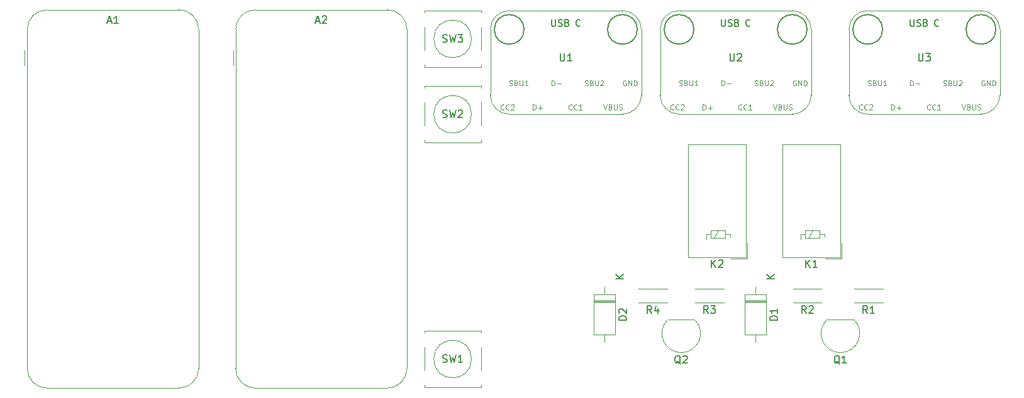
<source format=gto>
%TF.GenerationSoftware,KiCad,Pcbnew,(6.0.4)*%
%TF.CreationDate,2022-04-05T20:31:29-07:00*%
%TF.ProjectId,rfkvm,72666b76-6d2e-46b6-9963-61645f706362,rev?*%
%TF.SameCoordinates,Original*%
%TF.FileFunction,Legend,Top*%
%TF.FilePolarity,Positive*%
%FSLAX46Y46*%
G04 Gerber Fmt 4.6, Leading zero omitted, Abs format (unit mm)*
G04 Created by KiCad (PCBNEW (6.0.4)) date 2022-04-05 20:31:29*
%MOMM*%
%LPD*%
G01*
G04 APERTURE LIST*
%ADD10C,0.150000*%
%ADD11C,0.113792*%
%ADD12C,0.142240*%
%ADD13C,0.120000*%
%ADD14C,0.050000*%
%ADD15C,0.203200*%
G04 APERTURE END LIST*
D10*
%TO.C,A2*%
X128933214Y-53506666D02*
X129409404Y-53506666D01*
X128837976Y-53792380D02*
X129171309Y-52792380D01*
X129504642Y-53792380D01*
X129790357Y-52887619D02*
X129837976Y-52840000D01*
X129933214Y-52792380D01*
X130171309Y-52792380D01*
X130266547Y-52840000D01*
X130314166Y-52887619D01*
X130361785Y-52982857D01*
X130361785Y-53078095D01*
X130314166Y-53220952D01*
X129742738Y-53792380D01*
X130361785Y-53792380D01*
%TO.C,A1*%
X100885714Y-53506666D02*
X101361904Y-53506666D01*
X100790476Y-53792380D02*
X101123809Y-52792380D01*
X101457142Y-53792380D01*
X102314285Y-53792380D02*
X101742857Y-53792380D01*
X102028571Y-53792380D02*
X102028571Y-52792380D01*
X101933333Y-52935238D01*
X101838095Y-53030476D01*
X101742857Y-53078095D01*
%TO.C,SW3*%
X145986666Y-56284761D02*
X146129523Y-56332380D01*
X146367619Y-56332380D01*
X146462857Y-56284761D01*
X146510476Y-56237142D01*
X146558095Y-56141904D01*
X146558095Y-56046666D01*
X146510476Y-55951428D01*
X146462857Y-55903809D01*
X146367619Y-55856190D01*
X146177142Y-55808571D01*
X146081904Y-55760952D01*
X146034285Y-55713333D01*
X145986666Y-55618095D01*
X145986666Y-55522857D01*
X146034285Y-55427619D01*
X146081904Y-55380000D01*
X146177142Y-55332380D01*
X146415238Y-55332380D01*
X146558095Y-55380000D01*
X146891428Y-55332380D02*
X147129523Y-56332380D01*
X147320000Y-55618095D01*
X147510476Y-56332380D01*
X147748571Y-55332380D01*
X148034285Y-55332380D02*
X148653333Y-55332380D01*
X148320000Y-55713333D01*
X148462857Y-55713333D01*
X148558095Y-55760952D01*
X148605714Y-55808571D01*
X148653333Y-55903809D01*
X148653333Y-56141904D01*
X148605714Y-56237142D01*
X148558095Y-56284761D01*
X148462857Y-56332380D01*
X148177142Y-56332380D01*
X148081904Y-56284761D01*
X148034285Y-56237142D01*
%TO.C,SW2*%
X145986666Y-66444761D02*
X146129523Y-66492380D01*
X146367619Y-66492380D01*
X146462857Y-66444761D01*
X146510476Y-66397142D01*
X146558095Y-66301904D01*
X146558095Y-66206666D01*
X146510476Y-66111428D01*
X146462857Y-66063809D01*
X146367619Y-66016190D01*
X146177142Y-65968571D01*
X146081904Y-65920952D01*
X146034285Y-65873333D01*
X145986666Y-65778095D01*
X145986666Y-65682857D01*
X146034285Y-65587619D01*
X146081904Y-65540000D01*
X146177142Y-65492380D01*
X146415238Y-65492380D01*
X146558095Y-65540000D01*
X146891428Y-65492380D02*
X147129523Y-66492380D01*
X147320000Y-65778095D01*
X147510476Y-66492380D01*
X147748571Y-65492380D01*
X148081904Y-65587619D02*
X148129523Y-65540000D01*
X148224761Y-65492380D01*
X148462857Y-65492380D01*
X148558095Y-65540000D01*
X148605714Y-65587619D01*
X148653333Y-65682857D01*
X148653333Y-65778095D01*
X148605714Y-65920952D01*
X148034285Y-66492380D01*
X148653333Y-66492380D01*
%TO.C,U3*%
X210058095Y-57872380D02*
X210058095Y-58681904D01*
X210105714Y-58777142D01*
X210153333Y-58824761D01*
X210248571Y-58872380D01*
X210439047Y-58872380D01*
X210534285Y-58824761D01*
X210581904Y-58777142D01*
X210629523Y-58681904D01*
X210629523Y-57872380D01*
X211010476Y-57872380D02*
X211629523Y-57872380D01*
X211296190Y-58253333D01*
X211439047Y-58253333D01*
X211534285Y-58300952D01*
X211581904Y-58348571D01*
X211629523Y-58443809D01*
X211629523Y-58681904D01*
X211581904Y-58777142D01*
X211534285Y-58824761D01*
X211439047Y-58872380D01*
X211153333Y-58872380D01*
X211058095Y-58824761D01*
X211010476Y-58777142D01*
D11*
X211623994Y-65369149D02*
X211590708Y-65402435D01*
X211490850Y-65435721D01*
X211424278Y-65435721D01*
X211324419Y-65402435D01*
X211257847Y-65335863D01*
X211224561Y-65269291D01*
X211191275Y-65136147D01*
X211191275Y-65036288D01*
X211224561Y-64903144D01*
X211257847Y-64836572D01*
X211324419Y-64770000D01*
X211424278Y-64736713D01*
X211490850Y-64736713D01*
X211590708Y-64770000D01*
X211623994Y-64803286D01*
X212323002Y-65369149D02*
X212289716Y-65402435D01*
X212189858Y-65435721D01*
X212123286Y-65435721D01*
X212023427Y-65402435D01*
X211956855Y-65335863D01*
X211923569Y-65269291D01*
X211890283Y-65136147D01*
X211890283Y-65036288D01*
X211923569Y-64903144D01*
X211956855Y-64836572D01*
X212023427Y-64770000D01*
X212123286Y-64736713D01*
X212189858Y-64736713D01*
X212289716Y-64770000D01*
X212323002Y-64803286D01*
X212988724Y-65435721D02*
X212589291Y-65435721D01*
X212789008Y-65435721D02*
X212789008Y-64736713D01*
X212722435Y-64836572D01*
X212655863Y-64903144D01*
X212589291Y-64936430D01*
X206394207Y-65435721D02*
X206394207Y-64736713D01*
X206560637Y-64736713D01*
X206660496Y-64770000D01*
X206727068Y-64836572D01*
X206760354Y-64903144D01*
X206793640Y-65036288D01*
X206793640Y-65136147D01*
X206760354Y-65269291D01*
X206727068Y-65335863D01*
X206660496Y-65402435D01*
X206560637Y-65435721D01*
X206394207Y-65435721D01*
X207093215Y-65169433D02*
X207625792Y-65169433D01*
X207359504Y-65435721D02*
X207359504Y-64903144D01*
X215888485Y-64736713D02*
X216121488Y-65435721D01*
X216354490Y-64736713D01*
X216820496Y-65069574D02*
X216920354Y-65102860D01*
X216953640Y-65136147D01*
X216986926Y-65202719D01*
X216986926Y-65302577D01*
X216953640Y-65369149D01*
X216920354Y-65402435D01*
X216853782Y-65435721D01*
X216587493Y-65435721D01*
X216587493Y-64736713D01*
X216820496Y-64736713D01*
X216887068Y-64770000D01*
X216920354Y-64803286D01*
X216953640Y-64869858D01*
X216953640Y-64936430D01*
X216920354Y-65003002D01*
X216887068Y-65036288D01*
X216820496Y-65069574D01*
X216587493Y-65069574D01*
X217286501Y-64736713D02*
X217286501Y-65302577D01*
X217319787Y-65369149D01*
X217353073Y-65402435D01*
X217419645Y-65435721D01*
X217552790Y-65435721D01*
X217619362Y-65402435D01*
X217652648Y-65369149D01*
X217685934Y-65302577D01*
X217685934Y-64736713D01*
X217985509Y-65402435D02*
X218085367Y-65435721D01*
X218251798Y-65435721D01*
X218318370Y-65402435D01*
X218351656Y-65369149D01*
X218384942Y-65302577D01*
X218384942Y-65236005D01*
X218351656Y-65169433D01*
X218318370Y-65136147D01*
X218251798Y-65102860D01*
X218118653Y-65069574D01*
X218052081Y-65036288D01*
X218018795Y-65003002D01*
X217985509Y-64936430D01*
X217985509Y-64869858D01*
X218018795Y-64803286D01*
X218052081Y-64770000D01*
X218118653Y-64736713D01*
X218285084Y-64736713D01*
X218384942Y-64770000D01*
X213381771Y-62163427D02*
X213481629Y-62196713D01*
X213648060Y-62196713D01*
X213714632Y-62163427D01*
X213747918Y-62130141D01*
X213781204Y-62063569D01*
X213781204Y-61996997D01*
X213747918Y-61930425D01*
X213714632Y-61897139D01*
X213648060Y-61863852D01*
X213514915Y-61830566D01*
X213448343Y-61797280D01*
X213415057Y-61763994D01*
X213381771Y-61697422D01*
X213381771Y-61630850D01*
X213415057Y-61564278D01*
X213448343Y-61530992D01*
X213514915Y-61497705D01*
X213681346Y-61497705D01*
X213781204Y-61530992D01*
X214313782Y-61830566D02*
X214413640Y-61863852D01*
X214446926Y-61897139D01*
X214480212Y-61963711D01*
X214480212Y-62063569D01*
X214446926Y-62130141D01*
X214413640Y-62163427D01*
X214347068Y-62196713D01*
X214080779Y-62196713D01*
X214080779Y-61497705D01*
X214313782Y-61497705D01*
X214380354Y-61530992D01*
X214413640Y-61564278D01*
X214446926Y-61630850D01*
X214446926Y-61697422D01*
X214413640Y-61763994D01*
X214380354Y-61797280D01*
X214313782Y-61830566D01*
X214080779Y-61830566D01*
X214779787Y-61497705D02*
X214779787Y-62063569D01*
X214813073Y-62130141D01*
X214846359Y-62163427D01*
X214912931Y-62196713D01*
X215046076Y-62196713D01*
X215112648Y-62163427D01*
X215145934Y-62130141D01*
X215179220Y-62063569D01*
X215179220Y-61497705D01*
X215478795Y-61564278D02*
X215512081Y-61530992D01*
X215578653Y-61497705D01*
X215745084Y-61497705D01*
X215811656Y-61530992D01*
X215844942Y-61564278D01*
X215878228Y-61630850D01*
X215878228Y-61697422D01*
X215844942Y-61797280D01*
X215445509Y-62196713D01*
X215878228Y-62196713D01*
X218923422Y-61530992D02*
X218856850Y-61497705D01*
X218756992Y-61497705D01*
X218657133Y-61530992D01*
X218590561Y-61597564D01*
X218557275Y-61664136D01*
X218523989Y-61797280D01*
X218523989Y-61897139D01*
X218557275Y-62030283D01*
X218590561Y-62096855D01*
X218657133Y-62163427D01*
X218756992Y-62196713D01*
X218823564Y-62196713D01*
X218923422Y-62163427D01*
X218956708Y-62130141D01*
X218956708Y-61897139D01*
X218823564Y-61897139D01*
X219256283Y-62196713D02*
X219256283Y-61497705D01*
X219655716Y-62196713D01*
X219655716Y-61497705D01*
X219988577Y-62196713D02*
X219988577Y-61497705D01*
X220155008Y-61497705D01*
X220254866Y-61530992D01*
X220321438Y-61597564D01*
X220354724Y-61664136D01*
X220388010Y-61797280D01*
X220388010Y-61897139D01*
X220354724Y-62030283D01*
X220321438Y-62096855D01*
X220254866Y-62163427D01*
X220155008Y-62196713D01*
X219988577Y-62196713D01*
D12*
X208947657Y-53298392D02*
X208947657Y-54005721D01*
X208989264Y-54088937D01*
X209030872Y-54130544D01*
X209114087Y-54172152D01*
X209280518Y-54172152D01*
X209363733Y-54130544D01*
X209405340Y-54088937D01*
X209446948Y-54005721D01*
X209446948Y-53298392D01*
X209821417Y-54130544D02*
X209946240Y-54172152D01*
X210154278Y-54172152D01*
X210237493Y-54130544D01*
X210279100Y-54088937D01*
X210320708Y-54005721D01*
X210320708Y-53922506D01*
X210279100Y-53839291D01*
X210237493Y-53797683D01*
X210154278Y-53756076D01*
X209987847Y-53714468D01*
X209904632Y-53672860D01*
X209863024Y-53631253D01*
X209821417Y-53548038D01*
X209821417Y-53464822D01*
X209863024Y-53381607D01*
X209904632Y-53340000D01*
X209987847Y-53298392D01*
X210195885Y-53298392D01*
X210320708Y-53340000D01*
X210986430Y-53714468D02*
X211111253Y-53756076D01*
X211152860Y-53797683D01*
X211194468Y-53880899D01*
X211194468Y-54005721D01*
X211152860Y-54088937D01*
X211111253Y-54130544D01*
X211028038Y-54172152D01*
X210695177Y-54172152D01*
X210695177Y-53298392D01*
X210986430Y-53298392D01*
X211069645Y-53340000D01*
X211111253Y-53381607D01*
X211152860Y-53464822D01*
X211152860Y-53548038D01*
X211111253Y-53631253D01*
X211069645Y-53672860D01*
X210986430Y-53714468D01*
X210695177Y-53714468D01*
X212733950Y-54088937D02*
X212692342Y-54130544D01*
X212567520Y-54172152D01*
X212484304Y-54172152D01*
X212359481Y-54130544D01*
X212276266Y-54047329D01*
X212234659Y-53964114D01*
X212193051Y-53797683D01*
X212193051Y-53672860D01*
X212234659Y-53506430D01*
X212276266Y-53423215D01*
X212359481Y-53340000D01*
X212484304Y-53298392D01*
X212567520Y-53298392D01*
X212692342Y-53340000D01*
X212733950Y-53381607D01*
D11*
X208934207Y-62196713D02*
X208934207Y-61497705D01*
X209100637Y-61497705D01*
X209200496Y-61530992D01*
X209267068Y-61597564D01*
X209300354Y-61664136D01*
X209333640Y-61797280D01*
X209333640Y-61897139D01*
X209300354Y-62030283D01*
X209267068Y-62096855D01*
X209200496Y-62163427D01*
X209100637Y-62196713D01*
X208934207Y-62196713D01*
X209633215Y-61930425D02*
X210165792Y-61930425D01*
X203221771Y-62163427D02*
X203321629Y-62196713D01*
X203488060Y-62196713D01*
X203554632Y-62163427D01*
X203587918Y-62130141D01*
X203621204Y-62063569D01*
X203621204Y-61996997D01*
X203587918Y-61930425D01*
X203554632Y-61897139D01*
X203488060Y-61863852D01*
X203354915Y-61830566D01*
X203288343Y-61797280D01*
X203255057Y-61763994D01*
X203221771Y-61697422D01*
X203221771Y-61630850D01*
X203255057Y-61564278D01*
X203288343Y-61530992D01*
X203354915Y-61497705D01*
X203521346Y-61497705D01*
X203621204Y-61530992D01*
X204153782Y-61830566D02*
X204253640Y-61863852D01*
X204286926Y-61897139D01*
X204320212Y-61963711D01*
X204320212Y-62063569D01*
X204286926Y-62130141D01*
X204253640Y-62163427D01*
X204187068Y-62196713D01*
X203920779Y-62196713D01*
X203920779Y-61497705D01*
X204153782Y-61497705D01*
X204220354Y-61530992D01*
X204253640Y-61564278D01*
X204286926Y-61630850D01*
X204286926Y-61697422D01*
X204253640Y-61763994D01*
X204220354Y-61797280D01*
X204153782Y-61830566D01*
X203920779Y-61830566D01*
X204619787Y-61497705D02*
X204619787Y-62063569D01*
X204653073Y-62130141D01*
X204686359Y-62163427D01*
X204752931Y-62196713D01*
X204886076Y-62196713D01*
X204952648Y-62163427D01*
X204985934Y-62130141D01*
X205019220Y-62063569D01*
X205019220Y-61497705D01*
X205718228Y-62196713D02*
X205318795Y-62196713D01*
X205518512Y-62196713D02*
X205518512Y-61497705D01*
X205451939Y-61597564D01*
X205385367Y-61664136D01*
X205318795Y-61697422D01*
X202479994Y-65369149D02*
X202446708Y-65402435D01*
X202346850Y-65435721D01*
X202280278Y-65435721D01*
X202180419Y-65402435D01*
X202113847Y-65335863D01*
X202080561Y-65269291D01*
X202047275Y-65136147D01*
X202047275Y-65036288D01*
X202080561Y-64903144D01*
X202113847Y-64836572D01*
X202180419Y-64770000D01*
X202280278Y-64736713D01*
X202346850Y-64736713D01*
X202446708Y-64770000D01*
X202479994Y-64803286D01*
X203179002Y-65369149D02*
X203145716Y-65402435D01*
X203045858Y-65435721D01*
X202979286Y-65435721D01*
X202879427Y-65402435D01*
X202812855Y-65335863D01*
X202779569Y-65269291D01*
X202746283Y-65136147D01*
X202746283Y-65036288D01*
X202779569Y-64903144D01*
X202812855Y-64836572D01*
X202879427Y-64770000D01*
X202979286Y-64736713D01*
X203045858Y-64736713D01*
X203145716Y-64770000D01*
X203179002Y-64803286D01*
X203445291Y-64803286D02*
X203478577Y-64770000D01*
X203545149Y-64736713D01*
X203711580Y-64736713D01*
X203778152Y-64770000D01*
X203811438Y-64803286D01*
X203844724Y-64869858D01*
X203844724Y-64936430D01*
X203811438Y-65036288D01*
X203412005Y-65435721D01*
X203844724Y-65435721D01*
D10*
%TO.C,U1*%
X161798095Y-57872380D02*
X161798095Y-58681904D01*
X161845714Y-58777142D01*
X161893333Y-58824761D01*
X161988571Y-58872380D01*
X162179047Y-58872380D01*
X162274285Y-58824761D01*
X162321904Y-58777142D01*
X162369523Y-58681904D01*
X162369523Y-57872380D01*
X163369523Y-58872380D02*
X162798095Y-58872380D01*
X163083809Y-58872380D02*
X163083809Y-57872380D01*
X162988571Y-58015238D01*
X162893333Y-58110476D01*
X162798095Y-58158095D01*
D11*
X163363994Y-65369149D02*
X163330708Y-65402435D01*
X163230850Y-65435721D01*
X163164278Y-65435721D01*
X163064419Y-65402435D01*
X162997847Y-65335863D01*
X162964561Y-65269291D01*
X162931275Y-65136147D01*
X162931275Y-65036288D01*
X162964561Y-64903144D01*
X162997847Y-64836572D01*
X163064419Y-64770000D01*
X163164278Y-64736713D01*
X163230850Y-64736713D01*
X163330708Y-64770000D01*
X163363994Y-64803286D01*
X164063002Y-65369149D02*
X164029716Y-65402435D01*
X163929858Y-65435721D01*
X163863286Y-65435721D01*
X163763427Y-65402435D01*
X163696855Y-65335863D01*
X163663569Y-65269291D01*
X163630283Y-65136147D01*
X163630283Y-65036288D01*
X163663569Y-64903144D01*
X163696855Y-64836572D01*
X163763427Y-64770000D01*
X163863286Y-64736713D01*
X163929858Y-64736713D01*
X164029716Y-64770000D01*
X164063002Y-64803286D01*
X164728724Y-65435721D02*
X164329291Y-65435721D01*
X164529008Y-65435721D02*
X164529008Y-64736713D01*
X164462435Y-64836572D01*
X164395863Y-64903144D01*
X164329291Y-64936430D01*
X158134207Y-65435721D02*
X158134207Y-64736713D01*
X158300637Y-64736713D01*
X158400496Y-64770000D01*
X158467068Y-64836572D01*
X158500354Y-64903144D01*
X158533640Y-65036288D01*
X158533640Y-65136147D01*
X158500354Y-65269291D01*
X158467068Y-65335863D01*
X158400496Y-65402435D01*
X158300637Y-65435721D01*
X158134207Y-65435721D01*
X158833215Y-65169433D02*
X159365792Y-65169433D01*
X159099504Y-65435721D02*
X159099504Y-64903144D01*
X167628485Y-64736713D02*
X167861488Y-65435721D01*
X168094490Y-64736713D01*
X168560496Y-65069574D02*
X168660354Y-65102860D01*
X168693640Y-65136147D01*
X168726926Y-65202719D01*
X168726926Y-65302577D01*
X168693640Y-65369149D01*
X168660354Y-65402435D01*
X168593782Y-65435721D01*
X168327493Y-65435721D01*
X168327493Y-64736713D01*
X168560496Y-64736713D01*
X168627068Y-64770000D01*
X168660354Y-64803286D01*
X168693640Y-64869858D01*
X168693640Y-64936430D01*
X168660354Y-65003002D01*
X168627068Y-65036288D01*
X168560496Y-65069574D01*
X168327493Y-65069574D01*
X169026501Y-64736713D02*
X169026501Y-65302577D01*
X169059787Y-65369149D01*
X169093073Y-65402435D01*
X169159645Y-65435721D01*
X169292790Y-65435721D01*
X169359362Y-65402435D01*
X169392648Y-65369149D01*
X169425934Y-65302577D01*
X169425934Y-64736713D01*
X169725509Y-65402435D02*
X169825367Y-65435721D01*
X169991798Y-65435721D01*
X170058370Y-65402435D01*
X170091656Y-65369149D01*
X170124942Y-65302577D01*
X170124942Y-65236005D01*
X170091656Y-65169433D01*
X170058370Y-65136147D01*
X169991798Y-65102860D01*
X169858653Y-65069574D01*
X169792081Y-65036288D01*
X169758795Y-65003002D01*
X169725509Y-64936430D01*
X169725509Y-64869858D01*
X169758795Y-64803286D01*
X169792081Y-64770000D01*
X169858653Y-64736713D01*
X170025084Y-64736713D01*
X170124942Y-64770000D01*
X165121771Y-62163427D02*
X165221629Y-62196713D01*
X165388060Y-62196713D01*
X165454632Y-62163427D01*
X165487918Y-62130141D01*
X165521204Y-62063569D01*
X165521204Y-61996997D01*
X165487918Y-61930425D01*
X165454632Y-61897139D01*
X165388060Y-61863852D01*
X165254915Y-61830566D01*
X165188343Y-61797280D01*
X165155057Y-61763994D01*
X165121771Y-61697422D01*
X165121771Y-61630850D01*
X165155057Y-61564278D01*
X165188343Y-61530992D01*
X165254915Y-61497705D01*
X165421346Y-61497705D01*
X165521204Y-61530992D01*
X166053782Y-61830566D02*
X166153640Y-61863852D01*
X166186926Y-61897139D01*
X166220212Y-61963711D01*
X166220212Y-62063569D01*
X166186926Y-62130141D01*
X166153640Y-62163427D01*
X166087068Y-62196713D01*
X165820779Y-62196713D01*
X165820779Y-61497705D01*
X166053782Y-61497705D01*
X166120354Y-61530992D01*
X166153640Y-61564278D01*
X166186926Y-61630850D01*
X166186926Y-61697422D01*
X166153640Y-61763994D01*
X166120354Y-61797280D01*
X166053782Y-61830566D01*
X165820779Y-61830566D01*
X166519787Y-61497705D02*
X166519787Y-62063569D01*
X166553073Y-62130141D01*
X166586359Y-62163427D01*
X166652931Y-62196713D01*
X166786076Y-62196713D01*
X166852648Y-62163427D01*
X166885934Y-62130141D01*
X166919220Y-62063569D01*
X166919220Y-61497705D01*
X167218795Y-61564278D02*
X167252081Y-61530992D01*
X167318653Y-61497705D01*
X167485084Y-61497705D01*
X167551656Y-61530992D01*
X167584942Y-61564278D01*
X167618228Y-61630850D01*
X167618228Y-61697422D01*
X167584942Y-61797280D01*
X167185509Y-62196713D01*
X167618228Y-62196713D01*
X170663422Y-61530992D02*
X170596850Y-61497705D01*
X170496992Y-61497705D01*
X170397133Y-61530992D01*
X170330561Y-61597564D01*
X170297275Y-61664136D01*
X170263989Y-61797280D01*
X170263989Y-61897139D01*
X170297275Y-62030283D01*
X170330561Y-62096855D01*
X170397133Y-62163427D01*
X170496992Y-62196713D01*
X170563564Y-62196713D01*
X170663422Y-62163427D01*
X170696708Y-62130141D01*
X170696708Y-61897139D01*
X170563564Y-61897139D01*
X170996283Y-62196713D02*
X170996283Y-61497705D01*
X171395716Y-62196713D01*
X171395716Y-61497705D01*
X171728577Y-62196713D02*
X171728577Y-61497705D01*
X171895008Y-61497705D01*
X171994866Y-61530992D01*
X172061438Y-61597564D01*
X172094724Y-61664136D01*
X172128010Y-61797280D01*
X172128010Y-61897139D01*
X172094724Y-62030283D01*
X172061438Y-62096855D01*
X171994866Y-62163427D01*
X171895008Y-62196713D01*
X171728577Y-62196713D01*
D12*
X160687657Y-53298392D02*
X160687657Y-54005721D01*
X160729264Y-54088937D01*
X160770872Y-54130544D01*
X160854087Y-54172152D01*
X161020518Y-54172152D01*
X161103733Y-54130544D01*
X161145340Y-54088937D01*
X161186948Y-54005721D01*
X161186948Y-53298392D01*
X161561417Y-54130544D02*
X161686240Y-54172152D01*
X161894278Y-54172152D01*
X161977493Y-54130544D01*
X162019100Y-54088937D01*
X162060708Y-54005721D01*
X162060708Y-53922506D01*
X162019100Y-53839291D01*
X161977493Y-53797683D01*
X161894278Y-53756076D01*
X161727847Y-53714468D01*
X161644632Y-53672860D01*
X161603024Y-53631253D01*
X161561417Y-53548038D01*
X161561417Y-53464822D01*
X161603024Y-53381607D01*
X161644632Y-53340000D01*
X161727847Y-53298392D01*
X161935885Y-53298392D01*
X162060708Y-53340000D01*
X162726430Y-53714468D02*
X162851253Y-53756076D01*
X162892860Y-53797683D01*
X162934468Y-53880899D01*
X162934468Y-54005721D01*
X162892860Y-54088937D01*
X162851253Y-54130544D01*
X162768038Y-54172152D01*
X162435177Y-54172152D01*
X162435177Y-53298392D01*
X162726430Y-53298392D01*
X162809645Y-53340000D01*
X162851253Y-53381607D01*
X162892860Y-53464822D01*
X162892860Y-53548038D01*
X162851253Y-53631253D01*
X162809645Y-53672860D01*
X162726430Y-53714468D01*
X162435177Y-53714468D01*
X164473950Y-54088937D02*
X164432342Y-54130544D01*
X164307520Y-54172152D01*
X164224304Y-54172152D01*
X164099481Y-54130544D01*
X164016266Y-54047329D01*
X163974659Y-53964114D01*
X163933051Y-53797683D01*
X163933051Y-53672860D01*
X163974659Y-53506430D01*
X164016266Y-53423215D01*
X164099481Y-53340000D01*
X164224304Y-53298392D01*
X164307520Y-53298392D01*
X164432342Y-53340000D01*
X164473950Y-53381607D01*
D11*
X160674207Y-62196713D02*
X160674207Y-61497705D01*
X160840637Y-61497705D01*
X160940496Y-61530992D01*
X161007068Y-61597564D01*
X161040354Y-61664136D01*
X161073640Y-61797280D01*
X161073640Y-61897139D01*
X161040354Y-62030283D01*
X161007068Y-62096855D01*
X160940496Y-62163427D01*
X160840637Y-62196713D01*
X160674207Y-62196713D01*
X161373215Y-61930425D02*
X161905792Y-61930425D01*
X154961771Y-62163427D02*
X155061629Y-62196713D01*
X155228060Y-62196713D01*
X155294632Y-62163427D01*
X155327918Y-62130141D01*
X155361204Y-62063569D01*
X155361204Y-61996997D01*
X155327918Y-61930425D01*
X155294632Y-61897139D01*
X155228060Y-61863852D01*
X155094915Y-61830566D01*
X155028343Y-61797280D01*
X154995057Y-61763994D01*
X154961771Y-61697422D01*
X154961771Y-61630850D01*
X154995057Y-61564278D01*
X155028343Y-61530992D01*
X155094915Y-61497705D01*
X155261346Y-61497705D01*
X155361204Y-61530992D01*
X155893782Y-61830566D02*
X155993640Y-61863852D01*
X156026926Y-61897139D01*
X156060212Y-61963711D01*
X156060212Y-62063569D01*
X156026926Y-62130141D01*
X155993640Y-62163427D01*
X155927068Y-62196713D01*
X155660779Y-62196713D01*
X155660779Y-61497705D01*
X155893782Y-61497705D01*
X155960354Y-61530992D01*
X155993640Y-61564278D01*
X156026926Y-61630850D01*
X156026926Y-61697422D01*
X155993640Y-61763994D01*
X155960354Y-61797280D01*
X155893782Y-61830566D01*
X155660779Y-61830566D01*
X156359787Y-61497705D02*
X156359787Y-62063569D01*
X156393073Y-62130141D01*
X156426359Y-62163427D01*
X156492931Y-62196713D01*
X156626076Y-62196713D01*
X156692648Y-62163427D01*
X156725934Y-62130141D01*
X156759220Y-62063569D01*
X156759220Y-61497705D01*
X157458228Y-62196713D02*
X157058795Y-62196713D01*
X157258512Y-62196713D02*
X157258512Y-61497705D01*
X157191939Y-61597564D01*
X157125367Y-61664136D01*
X157058795Y-61697422D01*
X154219994Y-65369149D02*
X154186708Y-65402435D01*
X154086850Y-65435721D01*
X154020278Y-65435721D01*
X153920419Y-65402435D01*
X153853847Y-65335863D01*
X153820561Y-65269291D01*
X153787275Y-65136147D01*
X153787275Y-65036288D01*
X153820561Y-64903144D01*
X153853847Y-64836572D01*
X153920419Y-64770000D01*
X154020278Y-64736713D01*
X154086850Y-64736713D01*
X154186708Y-64770000D01*
X154219994Y-64803286D01*
X154919002Y-65369149D02*
X154885716Y-65402435D01*
X154785858Y-65435721D01*
X154719286Y-65435721D01*
X154619427Y-65402435D01*
X154552855Y-65335863D01*
X154519569Y-65269291D01*
X154486283Y-65136147D01*
X154486283Y-65036288D01*
X154519569Y-64903144D01*
X154552855Y-64836572D01*
X154619427Y-64770000D01*
X154719286Y-64736713D01*
X154785858Y-64736713D01*
X154885716Y-64770000D01*
X154919002Y-64803286D01*
X155185291Y-64803286D02*
X155218577Y-64770000D01*
X155285149Y-64736713D01*
X155451580Y-64736713D01*
X155518152Y-64770000D01*
X155551438Y-64803286D01*
X155584724Y-64869858D01*
X155584724Y-64936430D01*
X155551438Y-65036288D01*
X155152005Y-65435721D01*
X155584724Y-65435721D01*
D10*
%TO.C,U2*%
X184658095Y-57872380D02*
X184658095Y-58681904D01*
X184705714Y-58777142D01*
X184753333Y-58824761D01*
X184848571Y-58872380D01*
X185039047Y-58872380D01*
X185134285Y-58824761D01*
X185181904Y-58777142D01*
X185229523Y-58681904D01*
X185229523Y-57872380D01*
X185658095Y-57967619D02*
X185705714Y-57920000D01*
X185800952Y-57872380D01*
X186039047Y-57872380D01*
X186134285Y-57920000D01*
X186181904Y-57967619D01*
X186229523Y-58062857D01*
X186229523Y-58158095D01*
X186181904Y-58300952D01*
X185610476Y-58872380D01*
X186229523Y-58872380D01*
D11*
X186223994Y-65369149D02*
X186190708Y-65402435D01*
X186090850Y-65435721D01*
X186024278Y-65435721D01*
X185924419Y-65402435D01*
X185857847Y-65335863D01*
X185824561Y-65269291D01*
X185791275Y-65136147D01*
X185791275Y-65036288D01*
X185824561Y-64903144D01*
X185857847Y-64836572D01*
X185924419Y-64770000D01*
X186024278Y-64736713D01*
X186090850Y-64736713D01*
X186190708Y-64770000D01*
X186223994Y-64803286D01*
X186923002Y-65369149D02*
X186889716Y-65402435D01*
X186789858Y-65435721D01*
X186723286Y-65435721D01*
X186623427Y-65402435D01*
X186556855Y-65335863D01*
X186523569Y-65269291D01*
X186490283Y-65136147D01*
X186490283Y-65036288D01*
X186523569Y-64903144D01*
X186556855Y-64836572D01*
X186623427Y-64770000D01*
X186723286Y-64736713D01*
X186789858Y-64736713D01*
X186889716Y-64770000D01*
X186923002Y-64803286D01*
X187588724Y-65435721D02*
X187189291Y-65435721D01*
X187389008Y-65435721D02*
X187389008Y-64736713D01*
X187322435Y-64836572D01*
X187255863Y-64903144D01*
X187189291Y-64936430D01*
X180994207Y-65435721D02*
X180994207Y-64736713D01*
X181160637Y-64736713D01*
X181260496Y-64770000D01*
X181327068Y-64836572D01*
X181360354Y-64903144D01*
X181393640Y-65036288D01*
X181393640Y-65136147D01*
X181360354Y-65269291D01*
X181327068Y-65335863D01*
X181260496Y-65402435D01*
X181160637Y-65435721D01*
X180994207Y-65435721D01*
X181693215Y-65169433D02*
X182225792Y-65169433D01*
X181959504Y-65435721D02*
X181959504Y-64903144D01*
X190488485Y-64736713D02*
X190721488Y-65435721D01*
X190954490Y-64736713D01*
X191420496Y-65069574D02*
X191520354Y-65102860D01*
X191553640Y-65136147D01*
X191586926Y-65202719D01*
X191586926Y-65302577D01*
X191553640Y-65369149D01*
X191520354Y-65402435D01*
X191453782Y-65435721D01*
X191187493Y-65435721D01*
X191187493Y-64736713D01*
X191420496Y-64736713D01*
X191487068Y-64770000D01*
X191520354Y-64803286D01*
X191553640Y-64869858D01*
X191553640Y-64936430D01*
X191520354Y-65003002D01*
X191487068Y-65036288D01*
X191420496Y-65069574D01*
X191187493Y-65069574D01*
X191886501Y-64736713D02*
X191886501Y-65302577D01*
X191919787Y-65369149D01*
X191953073Y-65402435D01*
X192019645Y-65435721D01*
X192152790Y-65435721D01*
X192219362Y-65402435D01*
X192252648Y-65369149D01*
X192285934Y-65302577D01*
X192285934Y-64736713D01*
X192585509Y-65402435D02*
X192685367Y-65435721D01*
X192851798Y-65435721D01*
X192918370Y-65402435D01*
X192951656Y-65369149D01*
X192984942Y-65302577D01*
X192984942Y-65236005D01*
X192951656Y-65169433D01*
X192918370Y-65136147D01*
X192851798Y-65102860D01*
X192718653Y-65069574D01*
X192652081Y-65036288D01*
X192618795Y-65003002D01*
X192585509Y-64936430D01*
X192585509Y-64869858D01*
X192618795Y-64803286D01*
X192652081Y-64770000D01*
X192718653Y-64736713D01*
X192885084Y-64736713D01*
X192984942Y-64770000D01*
X187981771Y-62163427D02*
X188081629Y-62196713D01*
X188248060Y-62196713D01*
X188314632Y-62163427D01*
X188347918Y-62130141D01*
X188381204Y-62063569D01*
X188381204Y-61996997D01*
X188347918Y-61930425D01*
X188314632Y-61897139D01*
X188248060Y-61863852D01*
X188114915Y-61830566D01*
X188048343Y-61797280D01*
X188015057Y-61763994D01*
X187981771Y-61697422D01*
X187981771Y-61630850D01*
X188015057Y-61564278D01*
X188048343Y-61530992D01*
X188114915Y-61497705D01*
X188281346Y-61497705D01*
X188381204Y-61530992D01*
X188913782Y-61830566D02*
X189013640Y-61863852D01*
X189046926Y-61897139D01*
X189080212Y-61963711D01*
X189080212Y-62063569D01*
X189046926Y-62130141D01*
X189013640Y-62163427D01*
X188947068Y-62196713D01*
X188680779Y-62196713D01*
X188680779Y-61497705D01*
X188913782Y-61497705D01*
X188980354Y-61530992D01*
X189013640Y-61564278D01*
X189046926Y-61630850D01*
X189046926Y-61697422D01*
X189013640Y-61763994D01*
X188980354Y-61797280D01*
X188913782Y-61830566D01*
X188680779Y-61830566D01*
X189379787Y-61497705D02*
X189379787Y-62063569D01*
X189413073Y-62130141D01*
X189446359Y-62163427D01*
X189512931Y-62196713D01*
X189646076Y-62196713D01*
X189712648Y-62163427D01*
X189745934Y-62130141D01*
X189779220Y-62063569D01*
X189779220Y-61497705D01*
X190078795Y-61564278D02*
X190112081Y-61530992D01*
X190178653Y-61497705D01*
X190345084Y-61497705D01*
X190411656Y-61530992D01*
X190444942Y-61564278D01*
X190478228Y-61630850D01*
X190478228Y-61697422D01*
X190444942Y-61797280D01*
X190045509Y-62196713D01*
X190478228Y-62196713D01*
X193523422Y-61530992D02*
X193456850Y-61497705D01*
X193356992Y-61497705D01*
X193257133Y-61530992D01*
X193190561Y-61597564D01*
X193157275Y-61664136D01*
X193123989Y-61797280D01*
X193123989Y-61897139D01*
X193157275Y-62030283D01*
X193190561Y-62096855D01*
X193257133Y-62163427D01*
X193356992Y-62196713D01*
X193423564Y-62196713D01*
X193523422Y-62163427D01*
X193556708Y-62130141D01*
X193556708Y-61897139D01*
X193423564Y-61897139D01*
X193856283Y-62196713D02*
X193856283Y-61497705D01*
X194255716Y-62196713D01*
X194255716Y-61497705D01*
X194588577Y-62196713D02*
X194588577Y-61497705D01*
X194755008Y-61497705D01*
X194854866Y-61530992D01*
X194921438Y-61597564D01*
X194954724Y-61664136D01*
X194988010Y-61797280D01*
X194988010Y-61897139D01*
X194954724Y-62030283D01*
X194921438Y-62096855D01*
X194854866Y-62163427D01*
X194755008Y-62196713D01*
X194588577Y-62196713D01*
D12*
X183547657Y-53298392D02*
X183547657Y-54005721D01*
X183589264Y-54088937D01*
X183630872Y-54130544D01*
X183714087Y-54172152D01*
X183880518Y-54172152D01*
X183963733Y-54130544D01*
X184005340Y-54088937D01*
X184046948Y-54005721D01*
X184046948Y-53298392D01*
X184421417Y-54130544D02*
X184546240Y-54172152D01*
X184754278Y-54172152D01*
X184837493Y-54130544D01*
X184879100Y-54088937D01*
X184920708Y-54005721D01*
X184920708Y-53922506D01*
X184879100Y-53839291D01*
X184837493Y-53797683D01*
X184754278Y-53756076D01*
X184587847Y-53714468D01*
X184504632Y-53672860D01*
X184463024Y-53631253D01*
X184421417Y-53548038D01*
X184421417Y-53464822D01*
X184463024Y-53381607D01*
X184504632Y-53340000D01*
X184587847Y-53298392D01*
X184795885Y-53298392D01*
X184920708Y-53340000D01*
X185586430Y-53714468D02*
X185711253Y-53756076D01*
X185752860Y-53797683D01*
X185794468Y-53880899D01*
X185794468Y-54005721D01*
X185752860Y-54088937D01*
X185711253Y-54130544D01*
X185628038Y-54172152D01*
X185295177Y-54172152D01*
X185295177Y-53298392D01*
X185586430Y-53298392D01*
X185669645Y-53340000D01*
X185711253Y-53381607D01*
X185752860Y-53464822D01*
X185752860Y-53548038D01*
X185711253Y-53631253D01*
X185669645Y-53672860D01*
X185586430Y-53714468D01*
X185295177Y-53714468D01*
X187333950Y-54088937D02*
X187292342Y-54130544D01*
X187167520Y-54172152D01*
X187084304Y-54172152D01*
X186959481Y-54130544D01*
X186876266Y-54047329D01*
X186834659Y-53964114D01*
X186793051Y-53797683D01*
X186793051Y-53672860D01*
X186834659Y-53506430D01*
X186876266Y-53423215D01*
X186959481Y-53340000D01*
X187084304Y-53298392D01*
X187167520Y-53298392D01*
X187292342Y-53340000D01*
X187333950Y-53381607D01*
D11*
X183534207Y-62196713D02*
X183534207Y-61497705D01*
X183700637Y-61497705D01*
X183800496Y-61530992D01*
X183867068Y-61597564D01*
X183900354Y-61664136D01*
X183933640Y-61797280D01*
X183933640Y-61897139D01*
X183900354Y-62030283D01*
X183867068Y-62096855D01*
X183800496Y-62163427D01*
X183700637Y-62196713D01*
X183534207Y-62196713D01*
X184233215Y-61930425D02*
X184765792Y-61930425D01*
X177821771Y-62163427D02*
X177921629Y-62196713D01*
X178088060Y-62196713D01*
X178154632Y-62163427D01*
X178187918Y-62130141D01*
X178221204Y-62063569D01*
X178221204Y-61996997D01*
X178187918Y-61930425D01*
X178154632Y-61897139D01*
X178088060Y-61863852D01*
X177954915Y-61830566D01*
X177888343Y-61797280D01*
X177855057Y-61763994D01*
X177821771Y-61697422D01*
X177821771Y-61630850D01*
X177855057Y-61564278D01*
X177888343Y-61530992D01*
X177954915Y-61497705D01*
X178121346Y-61497705D01*
X178221204Y-61530992D01*
X178753782Y-61830566D02*
X178853640Y-61863852D01*
X178886926Y-61897139D01*
X178920212Y-61963711D01*
X178920212Y-62063569D01*
X178886926Y-62130141D01*
X178853640Y-62163427D01*
X178787068Y-62196713D01*
X178520779Y-62196713D01*
X178520779Y-61497705D01*
X178753782Y-61497705D01*
X178820354Y-61530992D01*
X178853640Y-61564278D01*
X178886926Y-61630850D01*
X178886926Y-61697422D01*
X178853640Y-61763994D01*
X178820354Y-61797280D01*
X178753782Y-61830566D01*
X178520779Y-61830566D01*
X179219787Y-61497705D02*
X179219787Y-62063569D01*
X179253073Y-62130141D01*
X179286359Y-62163427D01*
X179352931Y-62196713D01*
X179486076Y-62196713D01*
X179552648Y-62163427D01*
X179585934Y-62130141D01*
X179619220Y-62063569D01*
X179619220Y-61497705D01*
X180318228Y-62196713D02*
X179918795Y-62196713D01*
X180118512Y-62196713D02*
X180118512Y-61497705D01*
X180051939Y-61597564D01*
X179985367Y-61664136D01*
X179918795Y-61697422D01*
X177079994Y-65369149D02*
X177046708Y-65402435D01*
X176946850Y-65435721D01*
X176880278Y-65435721D01*
X176780419Y-65402435D01*
X176713847Y-65335863D01*
X176680561Y-65269291D01*
X176647275Y-65136147D01*
X176647275Y-65036288D01*
X176680561Y-64903144D01*
X176713847Y-64836572D01*
X176780419Y-64770000D01*
X176880278Y-64736713D01*
X176946850Y-64736713D01*
X177046708Y-64770000D01*
X177079994Y-64803286D01*
X177779002Y-65369149D02*
X177745716Y-65402435D01*
X177645858Y-65435721D01*
X177579286Y-65435721D01*
X177479427Y-65402435D01*
X177412855Y-65335863D01*
X177379569Y-65269291D01*
X177346283Y-65136147D01*
X177346283Y-65036288D01*
X177379569Y-64903144D01*
X177412855Y-64836572D01*
X177479427Y-64770000D01*
X177579286Y-64736713D01*
X177645858Y-64736713D01*
X177745716Y-64770000D01*
X177779002Y-64803286D01*
X178045291Y-64803286D02*
X178078577Y-64770000D01*
X178145149Y-64736713D01*
X178311580Y-64736713D01*
X178378152Y-64770000D01*
X178411438Y-64803286D01*
X178444724Y-64869858D01*
X178444724Y-64936430D01*
X178411438Y-65036288D01*
X178012005Y-65435721D01*
X178444724Y-65435721D01*
D10*
%TO.C,D1*%
X191014880Y-93803095D02*
X190014880Y-93803095D01*
X190014880Y-93565000D01*
X190062500Y-93422142D01*
X190157738Y-93326904D01*
X190252976Y-93279285D01*
X190443452Y-93231666D01*
X190586309Y-93231666D01*
X190776785Y-93279285D01*
X190872023Y-93326904D01*
X190967261Y-93422142D01*
X191014880Y-93565000D01*
X191014880Y-93803095D01*
X191014880Y-92279285D02*
X191014880Y-92850714D01*
X191014880Y-92565000D02*
X190014880Y-92565000D01*
X190157738Y-92660238D01*
X190252976Y-92755476D01*
X190300595Y-92850714D01*
X190644880Y-88246904D02*
X189644880Y-88246904D01*
X190644880Y-87675476D02*
X190073452Y-88104047D01*
X189644880Y-87675476D02*
X190216309Y-88246904D01*
%TO.C,K2*%
X182181904Y-86684880D02*
X182181904Y-85684880D01*
X182753333Y-86684880D02*
X182324761Y-86113452D01*
X182753333Y-85684880D02*
X182181904Y-86256309D01*
X183134285Y-85780119D02*
X183181904Y-85732500D01*
X183277142Y-85684880D01*
X183515238Y-85684880D01*
X183610476Y-85732500D01*
X183658095Y-85780119D01*
X183705714Y-85875357D01*
X183705714Y-85970595D01*
X183658095Y-86113452D01*
X183086666Y-86684880D01*
X183705714Y-86684880D01*
%TO.C,K1*%
X194881904Y-86684880D02*
X194881904Y-85684880D01*
X195453333Y-86684880D02*
X195024761Y-86113452D01*
X195453333Y-85684880D02*
X194881904Y-86256309D01*
X196405714Y-86684880D02*
X195834285Y-86684880D01*
X196120000Y-86684880D02*
X196120000Y-85684880D01*
X196024761Y-85827738D01*
X195929523Y-85922976D01*
X195834285Y-85970595D01*
%TO.C,R3*%
X181735833Y-92897380D02*
X181402500Y-92421190D01*
X181164404Y-92897380D02*
X181164404Y-91897380D01*
X181545357Y-91897380D01*
X181640595Y-91945000D01*
X181688214Y-91992619D01*
X181735833Y-92087857D01*
X181735833Y-92230714D01*
X181688214Y-92325952D01*
X181640595Y-92373571D01*
X181545357Y-92421190D01*
X181164404Y-92421190D01*
X182069166Y-91897380D02*
X182688214Y-91897380D01*
X182354880Y-92278333D01*
X182497738Y-92278333D01*
X182592976Y-92325952D01*
X182640595Y-92373571D01*
X182688214Y-92468809D01*
X182688214Y-92706904D01*
X182640595Y-92802142D01*
X182592976Y-92849761D01*
X182497738Y-92897380D01*
X182212023Y-92897380D01*
X182116785Y-92849761D01*
X182069166Y-92802142D01*
%TO.C,Q2*%
X177997261Y-99712619D02*
X177902023Y-99665000D01*
X177806785Y-99569761D01*
X177663928Y-99426904D01*
X177568690Y-99379285D01*
X177473452Y-99379285D01*
X177521071Y-99617380D02*
X177425833Y-99569761D01*
X177330595Y-99474523D01*
X177282976Y-99284047D01*
X177282976Y-98950714D01*
X177330595Y-98760238D01*
X177425833Y-98665000D01*
X177521071Y-98617380D01*
X177711547Y-98617380D01*
X177806785Y-98665000D01*
X177902023Y-98760238D01*
X177949642Y-98950714D01*
X177949642Y-99284047D01*
X177902023Y-99474523D01*
X177806785Y-99569761D01*
X177711547Y-99617380D01*
X177521071Y-99617380D01*
X178330595Y-98712619D02*
X178378214Y-98665000D01*
X178473452Y-98617380D01*
X178711547Y-98617380D01*
X178806785Y-98665000D01*
X178854404Y-98712619D01*
X178902023Y-98807857D01*
X178902023Y-98903095D01*
X178854404Y-99045952D01*
X178282976Y-99617380D01*
X178902023Y-99617380D01*
%TO.C,R4*%
X174115833Y-92897380D02*
X173782500Y-92421190D01*
X173544404Y-92897380D02*
X173544404Y-91897380D01*
X173925357Y-91897380D01*
X174020595Y-91945000D01*
X174068214Y-91992619D01*
X174115833Y-92087857D01*
X174115833Y-92230714D01*
X174068214Y-92325952D01*
X174020595Y-92373571D01*
X173925357Y-92421190D01*
X173544404Y-92421190D01*
X174972976Y-92230714D02*
X174972976Y-92897380D01*
X174734880Y-91849761D02*
X174496785Y-92564047D01*
X175115833Y-92564047D01*
%TO.C,SW1*%
X145986666Y-99464761D02*
X146129523Y-99512380D01*
X146367619Y-99512380D01*
X146462857Y-99464761D01*
X146510476Y-99417142D01*
X146558095Y-99321904D01*
X146558095Y-99226666D01*
X146510476Y-99131428D01*
X146462857Y-99083809D01*
X146367619Y-99036190D01*
X146177142Y-98988571D01*
X146081904Y-98940952D01*
X146034285Y-98893333D01*
X145986666Y-98798095D01*
X145986666Y-98702857D01*
X146034285Y-98607619D01*
X146081904Y-98560000D01*
X146177142Y-98512380D01*
X146415238Y-98512380D01*
X146558095Y-98560000D01*
X146891428Y-98512380D02*
X147129523Y-99512380D01*
X147320000Y-98798095D01*
X147510476Y-99512380D01*
X147748571Y-98512380D01*
X148653333Y-99512380D02*
X148081904Y-99512380D01*
X148367619Y-99512380D02*
X148367619Y-98512380D01*
X148272380Y-98655238D01*
X148177142Y-98750476D01*
X148081904Y-98798095D01*
%TO.C,R1*%
X203165833Y-92897380D02*
X202832500Y-92421190D01*
X202594404Y-92897380D02*
X202594404Y-91897380D01*
X202975357Y-91897380D01*
X203070595Y-91945000D01*
X203118214Y-91992619D01*
X203165833Y-92087857D01*
X203165833Y-92230714D01*
X203118214Y-92325952D01*
X203070595Y-92373571D01*
X202975357Y-92421190D01*
X202594404Y-92421190D01*
X204118214Y-92897380D02*
X203546785Y-92897380D01*
X203832500Y-92897380D02*
X203832500Y-91897380D01*
X203737261Y-92040238D01*
X203642023Y-92135476D01*
X203546785Y-92183095D01*
%TO.C,Q1*%
X199427261Y-99712619D02*
X199332023Y-99665000D01*
X199236785Y-99569761D01*
X199093928Y-99426904D01*
X198998690Y-99379285D01*
X198903452Y-99379285D01*
X198951071Y-99617380D02*
X198855833Y-99569761D01*
X198760595Y-99474523D01*
X198712976Y-99284047D01*
X198712976Y-98950714D01*
X198760595Y-98760238D01*
X198855833Y-98665000D01*
X198951071Y-98617380D01*
X199141547Y-98617380D01*
X199236785Y-98665000D01*
X199332023Y-98760238D01*
X199379642Y-98950714D01*
X199379642Y-99284047D01*
X199332023Y-99474523D01*
X199236785Y-99569761D01*
X199141547Y-99617380D01*
X198951071Y-99617380D01*
X200332023Y-99617380D02*
X199760595Y-99617380D01*
X200046309Y-99617380D02*
X200046309Y-98617380D01*
X199951071Y-98760238D01*
X199855833Y-98855476D01*
X199760595Y-98903095D01*
%TO.C,D2*%
X170694880Y-93803095D02*
X169694880Y-93803095D01*
X169694880Y-93565000D01*
X169742500Y-93422142D01*
X169837738Y-93326904D01*
X169932976Y-93279285D01*
X170123452Y-93231666D01*
X170266309Y-93231666D01*
X170456785Y-93279285D01*
X170552023Y-93326904D01*
X170647261Y-93422142D01*
X170694880Y-93565000D01*
X170694880Y-93803095D01*
X169790119Y-92850714D02*
X169742500Y-92803095D01*
X169694880Y-92707857D01*
X169694880Y-92469761D01*
X169742500Y-92374523D01*
X169790119Y-92326904D01*
X169885357Y-92279285D01*
X169980595Y-92279285D01*
X170123452Y-92326904D01*
X170694880Y-92898333D01*
X170694880Y-92279285D01*
X170324880Y-88246904D02*
X169324880Y-88246904D01*
X170324880Y-87675476D02*
X169753452Y-88104047D01*
X169324880Y-87675476D02*
X169896309Y-88246904D01*
%TO.C,R2*%
X194905833Y-92897380D02*
X194572500Y-92421190D01*
X194334404Y-92897380D02*
X194334404Y-91897380D01*
X194715357Y-91897380D01*
X194810595Y-91945000D01*
X194858214Y-91992619D01*
X194905833Y-92087857D01*
X194905833Y-92230714D01*
X194858214Y-92325952D01*
X194810595Y-92373571D01*
X194715357Y-92421190D01*
X194334404Y-92421190D01*
X195286785Y-91992619D02*
X195334404Y-91945000D01*
X195429642Y-91897380D01*
X195667738Y-91897380D01*
X195762976Y-91945000D01*
X195810595Y-91992619D01*
X195858214Y-92087857D01*
X195858214Y-92183095D01*
X195810595Y-92325952D01*
X195239166Y-92897380D01*
X195858214Y-92897380D01*
D13*
%TO.C,A2*%
X141187500Y-54610000D02*
X141187500Y-100330000D01*
X118107500Y-54610000D02*
X118107500Y-100330000D01*
X138537500Y-102980000D02*
X120757500Y-102980000D01*
X117787500Y-59420000D02*
X117787500Y-57420000D01*
X138537500Y-51960000D02*
X120757500Y-51960000D01*
X118107500Y-100330000D02*
G75*
G03*
X120757500Y-102980000I2650000J0D01*
G01*
X120757500Y-51960000D02*
G75*
G03*
X118107500Y-54610000I0J-2650000D01*
G01*
X141187500Y-54610000D02*
G75*
G03*
X138537500Y-51960000I-2650000J0D01*
G01*
X138537500Y-102980000D02*
G75*
G03*
X141187500Y-100330000I0J2650000D01*
G01*
%TO.C,A1*%
X113140000Y-54610000D02*
X113140000Y-100330000D01*
X90060000Y-54610000D02*
X90060000Y-100330000D01*
X110490000Y-102980000D02*
X92710000Y-102980000D01*
X89740000Y-59420000D02*
X89740000Y-57420000D01*
X110490000Y-51960000D02*
X92710000Y-51960000D01*
X90060000Y-100330000D02*
G75*
G03*
X92710000Y-102980000I2650000J0D01*
G01*
X92710000Y-51960000D02*
G75*
G03*
X90060000Y-54610000I0J-2650000D01*
G01*
X113140000Y-54610000D02*
G75*
G03*
X110490000Y-51960000I-2650000J0D01*
G01*
X110490000Y-102980000D02*
G75*
G03*
X113140000Y-100330000I0J2650000D01*
G01*
%TO.C,SW3*%
X149860000Y-55880000D02*
G75*
G03*
X149860000Y-55880000I-2540000J0D01*
G01*
X143510000Y-52070000D02*
X151130000Y-52070000D01*
X143510000Y-52070000D02*
X143510000Y-52370000D01*
X151130000Y-52070000D02*
X151130000Y-52370000D01*
X151130000Y-59690000D02*
X143510000Y-59690000D01*
X151130000Y-59390000D02*
X151130000Y-59690000D01*
X151130000Y-54310000D02*
X151130000Y-57450000D01*
X143510000Y-54310000D02*
X143510000Y-57450000D01*
X143510000Y-59390000D02*
X143510000Y-59690000D01*
%TO.C,SW2*%
X149860000Y-66040000D02*
G75*
G03*
X149860000Y-66040000I-2540000J0D01*
G01*
X143510000Y-62230000D02*
X151130000Y-62230000D01*
X143510000Y-62230000D02*
X143510000Y-62530000D01*
X151130000Y-62230000D02*
X151130000Y-62530000D01*
X151130000Y-69850000D02*
X143510000Y-69850000D01*
X151130000Y-69550000D02*
X151130000Y-69850000D01*
X151130000Y-64470000D02*
X151130000Y-67610000D01*
X143510000Y-64470000D02*
X143510000Y-67610000D01*
X143510000Y-69550000D02*
X143510000Y-69850000D01*
D14*
%TO.C,U3*%
X220980000Y-54610000D02*
X220980000Y-63500000D01*
X200660000Y-63500000D02*
X200660000Y-54610000D01*
X218440000Y-66040000D02*
X203200000Y-66040000D01*
X203200000Y-52070000D02*
X218440000Y-52070000D01*
X218440000Y-66040000D02*
G75*
G03*
X220980000Y-63500000I0J2540000D01*
G01*
X203200000Y-52070000D02*
G75*
G03*
X200660000Y-54610000I1J-2540001D01*
G01*
X200660000Y-63500000D02*
G75*
G03*
X203200000Y-66040000I2540001J1D01*
G01*
X220980000Y-54610000D02*
G75*
G03*
X218440000Y-52070000I-2540000J0D01*
G01*
D15*
X205200000Y-54610000D02*
G75*
G03*
X205200000Y-54610000I-2000000J0D01*
G01*
X220440000Y-54610000D02*
G75*
G03*
X220440000Y-54610000I-2000000J0D01*
G01*
D14*
%TO.C,U1*%
X172720000Y-54610000D02*
X172720000Y-63500000D01*
X152400000Y-63500000D02*
X152400000Y-54610000D01*
X170180000Y-66040000D02*
X154940000Y-66040000D01*
X154940000Y-52070000D02*
X170180000Y-52070000D01*
X170180000Y-66040000D02*
G75*
G03*
X172720000Y-63500000I0J2540000D01*
G01*
X154940000Y-52070000D02*
G75*
G03*
X152400000Y-54610000I1J-2540001D01*
G01*
X152400000Y-63500000D02*
G75*
G03*
X154940000Y-66040000I2540001J1D01*
G01*
X172720000Y-54610000D02*
G75*
G03*
X170180000Y-52070000I-2540000J0D01*
G01*
D15*
X156940000Y-54610000D02*
G75*
G03*
X156940000Y-54610000I-2000000J0D01*
G01*
X172180000Y-54610000D02*
G75*
G03*
X172180000Y-54610000I-2000000J0D01*
G01*
D14*
%TO.C,U2*%
X195580000Y-54610000D02*
X195580000Y-63500000D01*
X175260000Y-63500000D02*
X175260000Y-54610000D01*
X193040000Y-66040000D02*
X177800000Y-66040000D01*
X177800000Y-52070000D02*
X193040000Y-52070000D01*
X193040000Y-66040000D02*
G75*
G03*
X195580000Y-63500000I0J2540000D01*
G01*
X177800000Y-52070000D02*
G75*
G03*
X175260000Y-54610000I1J-2540001D01*
G01*
X175260000Y-63500000D02*
G75*
G03*
X177800000Y-66040000I2540001J1D01*
G01*
X195580000Y-54610000D02*
G75*
G03*
X193040000Y-52070000I-2540000J0D01*
G01*
D15*
X179800000Y-54610000D02*
G75*
G03*
X179800000Y-54610000I-2000000J0D01*
G01*
X195040000Y-54610000D02*
G75*
G03*
X195040000Y-54610000I-2000000J0D01*
G01*
D13*
%TO.C,D1*%
X188092500Y-89325000D02*
X188092500Y-90345000D01*
X189562500Y-91365000D02*
X186622500Y-91365000D01*
X186622500Y-90345000D02*
X186622500Y-95785000D01*
X189562500Y-91245000D02*
X186622500Y-91245000D01*
X189562500Y-91125000D02*
X186622500Y-91125000D01*
X189562500Y-95785000D02*
X189562500Y-90345000D01*
X189562500Y-90345000D02*
X186622500Y-90345000D01*
X188092500Y-96805000D02*
X188092500Y-95785000D01*
X186622500Y-95785000D02*
X189562500Y-95785000D01*
%TO.C,K2*%
X183998000Y-81746500D02*
X182093000Y-81746500D01*
X184720000Y-82254500D02*
X183998000Y-82254500D01*
X179020000Y-70132500D02*
X186820000Y-70132500D01*
X179020000Y-85332500D02*
X179020000Y-70132500D01*
X181458000Y-82889500D02*
X181458000Y-82254500D01*
X182093000Y-82762500D02*
X182093000Y-81746500D01*
X187020000Y-85532500D02*
X184820000Y-85532500D01*
X182474000Y-82762500D02*
X183109000Y-81746500D01*
X187020000Y-83432500D02*
X187020000Y-85532500D01*
X182093000Y-82762500D02*
X183998000Y-82762500D01*
X183998000Y-82762500D02*
X183998000Y-81746500D01*
X181458000Y-82254500D02*
X182093000Y-82254500D01*
X184720000Y-82532500D02*
X184720000Y-82254500D01*
X186820000Y-70132500D02*
X186820000Y-85332500D01*
X186820000Y-85332500D02*
X179020000Y-85332500D01*
%TO.C,K1*%
X199720000Y-83432500D02*
X199720000Y-85532500D01*
X196698000Y-81746500D02*
X194793000Y-81746500D01*
X199520000Y-70132500D02*
X199520000Y-85332500D01*
X191720000Y-70132500D02*
X199520000Y-70132500D01*
X194793000Y-82762500D02*
X196698000Y-82762500D01*
X199520000Y-85332500D02*
X191720000Y-85332500D01*
X194793000Y-82762500D02*
X194793000Y-81746500D01*
X194158000Y-82254500D02*
X194793000Y-82254500D01*
X197420000Y-82532500D02*
X197420000Y-82254500D01*
X195174000Y-82762500D02*
X195809000Y-81746500D01*
X194158000Y-82889500D02*
X194158000Y-82254500D01*
X196698000Y-82762500D02*
X196698000Y-81746500D01*
X199720000Y-85532500D02*
X197520000Y-85532500D01*
X197420000Y-82254500D02*
X196698000Y-82254500D01*
X191720000Y-85332500D02*
X191720000Y-70132500D01*
%TO.C,R3*%
X183822500Y-89605000D02*
X179982500Y-89605000D01*
X183822500Y-91445000D02*
X179982500Y-91445000D01*
%TO.C,Q2*%
X178092500Y-98205001D02*
G75*
G03*
X179930978Y-93766522I0J2600001D01*
G01*
X176254022Y-93766522D02*
G75*
G03*
X178092500Y-98205000I1838478J-1838478D01*
G01*
X179892500Y-93755000D02*
X176292500Y-93755000D01*
%TO.C,R4*%
X176202500Y-89605000D02*
X172362500Y-89605000D01*
X176202500Y-91445000D02*
X172362500Y-91445000D01*
%TO.C,SW1*%
X151130000Y-97490000D02*
X151130000Y-100630000D01*
X143510000Y-102570000D02*
X143510000Y-102870000D01*
X143510000Y-95250000D02*
X151130000Y-95250000D01*
X151130000Y-102870000D02*
X143510000Y-102870000D01*
X143510000Y-97490000D02*
X143510000Y-100630000D01*
X143510000Y-95250000D02*
X143510000Y-95550000D01*
X151130000Y-102570000D02*
X151130000Y-102870000D01*
X151130000Y-95250000D02*
X151130000Y-95550000D01*
X149860000Y-99060000D02*
G75*
G03*
X149860000Y-99060000I-2540000J0D01*
G01*
%TO.C,R1*%
X205252500Y-89605000D02*
X201412500Y-89605000D01*
X205252500Y-91445000D02*
X201412500Y-91445000D01*
%TO.C,Q1*%
X199522500Y-98205001D02*
G75*
G03*
X201360978Y-93766522I0J2600001D01*
G01*
X197684022Y-93766522D02*
G75*
G03*
X199522500Y-98205000I1838478J-1838478D01*
G01*
X201322500Y-93755000D02*
X197722500Y-93755000D01*
%TO.C,D2*%
X167772500Y-89325000D02*
X167772500Y-90345000D01*
X167772500Y-96805000D02*
X167772500Y-95785000D01*
X169242500Y-90345000D02*
X166302500Y-90345000D01*
X166302500Y-90345000D02*
X166302500Y-95785000D01*
X169242500Y-91245000D02*
X166302500Y-91245000D01*
X166302500Y-95785000D02*
X169242500Y-95785000D01*
X169242500Y-91365000D02*
X166302500Y-91365000D01*
X169242500Y-95785000D02*
X169242500Y-90345000D01*
X169242500Y-91125000D02*
X166302500Y-91125000D01*
%TO.C,R2*%
X196992500Y-91445000D02*
X193152500Y-91445000D01*
X196992500Y-89605000D02*
X193152500Y-89605000D01*
%TD*%
M02*

</source>
